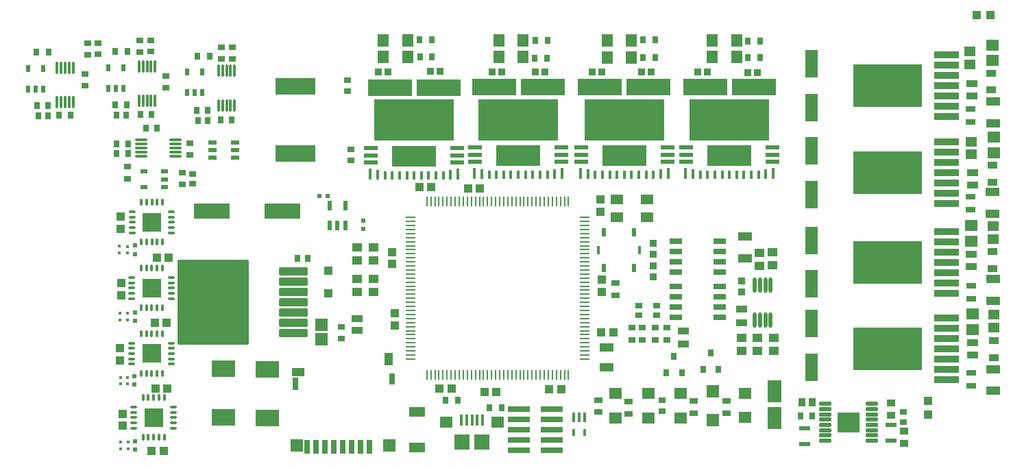
<source format=gtp>
G04*
G04 #@! TF.GenerationSoftware,Altium Limited,Altium Designer,21.6.4 (81)*
G04*
G04 Layer_Color=8421504*
%FSLAX25Y25*%
%MOIN*%
G70*
G04*
G04 #@! TF.SameCoordinates,21ADAE42-517F-4329-814C-ACF1F8BA2FEA*
G04*
G04*
G04 #@! TF.FilePolarity,Positive*
G04*
G01*
G75*
%ADD21R,0.04331X0.04331*%
G04:AMPARAMS|DCode=22|XSize=59.06mil|YSize=17.72mil|CornerRadius=1.95mil|HoleSize=0mil|Usage=FLASHONLY|Rotation=180.000|XOffset=0mil|YOffset=0mil|HoleType=Round|Shape=RoundedRectangle|*
%AMROUNDEDRECTD22*
21,1,0.05906,0.01382,0,0,180.0*
21,1,0.05516,0.01772,0,0,180.0*
1,1,0.00390,-0.02758,0.00691*
1,1,0.00390,0.02758,0.00691*
1,1,0.00390,0.02758,-0.00691*
1,1,0.00390,-0.02758,-0.00691*
%
%ADD22ROUNDEDRECTD22*%
%ADD23R,0.03937X0.04331*%
%ADD24R,0.05906X0.05512*%
%ADD25R,0.05315X0.03740*%
%ADD26R,0.01968X0.01968*%
%ADD27R,0.04921X0.03150*%
%ADD28R,0.01968X0.01870*%
%ADD29R,0.06004X0.02559*%
%ADD30R,0.05315X0.03347*%
%ADD31R,0.03150X0.03543*%
%ADD32R,0.17323X0.07480*%
%ADD33R,0.07087X0.03937*%
%ADD34R,0.03937X0.02953*%
%ADD35R,0.03543X0.02756*%
%ADD36R,0.01968X0.01968*%
%ADD37R,0.03543X0.03937*%
%ADD38R,0.33622X0.21063*%
%ADD39R,0.12047X0.03504*%
%ADD40R,0.03937X0.03150*%
%ADD41R,0.02559X0.03543*%
%ADD42R,0.05906X0.05906*%
%ADD43R,0.04331X0.03543*%
%ADD44R,0.03543X0.03150*%
%ADD45R,0.03150X0.03543*%
%ADD46R,0.02756X0.03543*%
%ADD47R,0.06693X0.04331*%
%ADD48R,0.05339X0.02190*%
%ADD49R,0.02985X0.03197*%
%ADD50R,0.03543X0.02953*%
%ADD51R,0.02362X0.04528*%
%ADD52R,0.05118X0.03937*%
%ADD53R,0.11811X0.07874*%
G04:AMPARAMS|DCode=54|XSize=37.4mil|YSize=137.8mil|CornerRadius=2.06mil|HoleSize=0mil|Usage=FLASHONLY|Rotation=270.000|XOffset=0mil|YOffset=0mil|HoleType=Round|Shape=RoundedRectangle|*
%AMROUNDEDRECTD54*
21,1,0.03740,0.13368,0,0,270.0*
21,1,0.03329,0.13780,0,0,270.0*
1,1,0.00411,-0.06684,-0.01664*
1,1,0.00411,-0.06684,0.01664*
1,1,0.00411,0.06684,0.01664*
1,1,0.00411,0.06684,-0.01664*
%
%ADD54ROUNDEDRECTD54*%
G04:AMPARAMS|DCode=55|XSize=413.39mil|YSize=346.46mil|CornerRadius=1.73mil|HoleSize=0mil|Usage=FLASHONLY|Rotation=270.000|XOffset=0mil|YOffset=0mil|HoleType=Round|Shape=RoundedRectangle|*
%AMROUNDEDRECTD55*
21,1,0.41339,0.34299,0,0,270.0*
21,1,0.40992,0.34646,0,0,270.0*
1,1,0.00347,-0.17150,-0.20496*
1,1,0.00347,-0.17150,0.20496*
1,1,0.00347,0.17150,0.20496*
1,1,0.00347,0.17150,-0.20496*
%
%ADD55ROUNDEDRECTD55*%
%ADD56R,0.19685X0.08465*%
G04:AMPARAMS|DCode=57|XSize=31.89mil|YSize=12.6mil|CornerRadius=1.58mil|HoleSize=0mil|Usage=FLASHONLY|Rotation=0.000|XOffset=0mil|YOffset=0mil|HoleType=Round|Shape=RoundedRectangle|*
%AMROUNDEDRECTD57*
21,1,0.03189,0.00945,0,0,0.0*
21,1,0.02874,0.01260,0,0,0.0*
1,1,0.00315,0.01437,-0.00472*
1,1,0.00315,-0.01437,-0.00472*
1,1,0.00315,-0.01437,0.00472*
1,1,0.00315,0.01437,0.00472*
%
%ADD57ROUNDEDRECTD57*%
G04:AMPARAMS|DCode=58|XSize=31.89mil|YSize=12.6mil|CornerRadius=1.58mil|HoleSize=0mil|Usage=FLASHONLY|Rotation=90.000|XOffset=0mil|YOffset=0mil|HoleType=Round|Shape=RoundedRectangle|*
%AMROUNDEDRECTD58*
21,1,0.03189,0.00945,0,0,90.0*
21,1,0.02874,0.01260,0,0,90.0*
1,1,0.00315,0.00472,0.01437*
1,1,0.00315,0.00472,-0.01437*
1,1,0.00315,-0.00472,-0.01437*
1,1,0.00315,-0.00472,0.01437*
%
%ADD58ROUNDEDRECTD58*%
G04:AMPARAMS|DCode=59|XSize=57.87mil|YSize=11.02mil|CornerRadius=1.38mil|HoleSize=0mil|Usage=FLASHONLY|Rotation=270.000|XOffset=0mil|YOffset=0mil|HoleType=Round|Shape=RoundedRectangle|*
%AMROUNDEDRECTD59*
21,1,0.05787,0.00827,0,0,270.0*
21,1,0.05512,0.01102,0,0,270.0*
1,1,0.00276,-0.00413,-0.02756*
1,1,0.00276,-0.00413,0.02756*
1,1,0.00276,0.00413,0.02756*
1,1,0.00276,0.00413,-0.02756*
%
%ADD59ROUNDEDRECTD59*%
%ADD60R,0.04331X0.02362*%
G04:AMPARAMS|DCode=61|XSize=21.65mil|YSize=31.5mil|CornerRadius=1.95mil|HoleSize=0mil|Usage=FLASHONLY|Rotation=180.000|XOffset=0mil|YOffset=0mil|HoleType=Round|Shape=RoundedRectangle|*
%AMROUNDEDRECTD61*
21,1,0.02165,0.02760,0,0,180.0*
21,1,0.01776,0.03150,0,0,180.0*
1,1,0.00390,-0.00888,0.01380*
1,1,0.00390,0.00888,0.01380*
1,1,0.00390,0.00888,-0.01380*
1,1,0.00390,-0.00888,-0.01380*
%
%ADD61ROUNDEDRECTD61*%
G04:AMPARAMS|DCode=62|XSize=57.87mil|YSize=11.02mil|CornerRadius=1.38mil|HoleSize=0mil|Usage=FLASHONLY|Rotation=0.000|XOffset=0mil|YOffset=0mil|HoleType=Round|Shape=RoundedRectangle|*
%AMROUNDEDRECTD62*
21,1,0.05787,0.00827,0,0,0.0*
21,1,0.05512,0.01102,0,0,0.0*
1,1,0.00276,0.02756,-0.00413*
1,1,0.00276,-0.02756,-0.00413*
1,1,0.00276,-0.02756,0.00413*
1,1,0.00276,0.02756,0.00413*
%
%ADD62ROUNDEDRECTD62*%
G04:AMPARAMS|DCode=63|XSize=21.65mil|YSize=31.5mil|CornerRadius=1.95mil|HoleSize=0mil|Usage=FLASHONLY|Rotation=270.000|XOffset=0mil|YOffset=0mil|HoleType=Round|Shape=RoundedRectangle|*
%AMROUNDEDRECTD63*
21,1,0.02165,0.02760,0,0,270.0*
21,1,0.01776,0.03150,0,0,270.0*
1,1,0.00390,-0.01380,-0.00888*
1,1,0.00390,-0.01380,0.00888*
1,1,0.00390,0.01380,0.00888*
1,1,0.00390,0.01380,-0.00888*
%
%ADD63ROUNDEDRECTD63*%
%ADD64R,0.01772X0.01772*%
%ADD65R,0.03937X0.04134*%
%ADD66R,0.04134X0.03937*%
%ADD67R,0.02757X0.06892*%
%ADD68R,0.02761X0.06902*%
%ADD69R,0.02758X0.06896*%
%ADD70R,0.02759X0.06898*%
%ADD71R,0.02760X0.06900*%
%ADD72R,0.02757X0.06892*%
%ADD73R,0.02759X0.06897*%
%ADD74R,0.02760X0.06900*%
%ADD75R,0.05909X0.05909*%
%ADD76R,0.05913X0.05913*%
%ADD77R,0.03152X0.05910*%
%ADD78R,0.03151X0.05514*%
%ADD79R,0.05906X0.03937*%
%ADD80R,0.03942X0.05913*%
%ADD81R,0.00900X0.04800*%
%ADD82R,0.04800X0.00900*%
%ADD83R,0.01772X0.05709*%
%ADD84R,0.01772X0.05118*%
%ADD85R,0.01772X0.04331*%
%ADD86R,0.21260X0.10433*%
%ADD87R,0.38583X0.20079*%
%ADD88R,0.06693X0.01968*%
%ADD89R,0.21654X0.07874*%
%ADD90R,0.04331X0.03937*%
%ADD91R,0.06102X0.05906*%
%ADD92R,0.06299X0.05512*%
%ADD93R,0.07480X0.07480*%
%ADD94R,0.01575X0.05315*%
%ADD95R,0.06693X0.11024*%
%ADD96R,0.06299X0.13780*%
%ADD97R,0.01400X0.03200*%
%ADD98R,0.01400X0.05000*%
%ADD99R,0.10984X0.02913*%
%ADD100R,0.03740X0.03347*%
%ADD101R,0.04724X0.03543*%
%ADD102R,0.06102X0.05512*%
%ADD103R,0.05709X0.05118*%
%ADD104R,0.05512X0.05906*%
%ADD105R,0.03347X0.03543*%
%ADD106R,0.03740X0.03150*%
%ADD107R,0.02362X0.03937*%
%ADD108R,0.01772X0.03937*%
%ADD109R,0.03347X0.02756*%
%ADD110O,0.01772X0.07480*%
%ADD111R,0.06299X0.04921*%
G36*
X61528Y30402D02*
X52473D01*
Y39457D01*
X61528D01*
Y30402D01*
D02*
G37*
G36*
X61489Y62253D02*
X52434D01*
Y71308D01*
X61489D01*
Y62253D01*
D02*
G37*
G36*
X61568Y94261D02*
X52513D01*
Y103316D01*
X61568D01*
Y94261D01*
D02*
G37*
G36*
X189753Y4058D02*
X182272D01*
Y8783D01*
X189753D01*
Y4058D01*
D02*
G37*
G36*
X62434Y-700D02*
X53379D01*
Y8355D01*
X62434D01*
Y-700D01*
D02*
G37*
G36*
X401045Y6312D02*
X401101Y6256D01*
X401131Y6184D01*
Y6145D01*
Y-3147D01*
Y-3186D01*
X401101Y-3258D01*
X401045Y-3313D01*
X400973Y-3343D01*
X390816D01*
X390743Y-3313D01*
X390688Y-3258D01*
X390658Y-3186D01*
Y-3147D01*
Y6145D01*
Y6184D01*
X390688Y6256D01*
X390743Y6312D01*
X390816Y6342D01*
X400973D01*
X401045Y6312D01*
D02*
G37*
G36*
X189753Y-13265D02*
X182272D01*
Y-8540D01*
X189753D01*
Y-13265D01*
D02*
G37*
D21*
X142725Y75271D02*
D03*
X142725Y64247D02*
D03*
D22*
X384477Y-7458D02*
D03*
Y-4899D02*
D03*
Y-2340D02*
D03*
Y220D02*
D03*
Y2779D02*
D03*
Y7897D02*
D03*
Y10456D02*
D03*
X407312Y7897D02*
D03*
Y2779D02*
D03*
Y220D02*
D03*
Y-2340D02*
D03*
Y-4899D02*
D03*
Y-7458D02*
D03*
X384477Y5338D02*
D03*
X407312D02*
D03*
Y10456D02*
D03*
D23*
X434500Y11846D02*
D03*
Y5153D02*
D03*
D24*
X282684Y15436D02*
D03*
Y3625D02*
D03*
X298388Y15436D02*
D03*
X345501Y3901D02*
D03*
X298388Y3625D02*
D03*
X314092Y15436D02*
D03*
Y3625D02*
D03*
X345501Y15712D02*
D03*
D25*
X156988Y46140D02*
D03*
Y52046D02*
D03*
X456131Y34176D02*
D03*
Y40082D02*
D03*
X456249Y116972D02*
D03*
Y122877D02*
D03*
X455737Y166105D02*
D03*
Y160200D02*
D03*
X455461Y83231D02*
D03*
Y77326D02*
D03*
D26*
X142469Y111500D02*
D03*
X138531D02*
D03*
D27*
X455028Y111145D02*
D03*
Y104846D02*
D03*
Y147523D02*
D03*
Y153822D02*
D03*
X455540Y61676D02*
D03*
Y67975D02*
D03*
X455461Y19216D02*
D03*
Y25515D02*
D03*
D28*
X48950Y83385D02*
D03*
Y87420D02*
D03*
X48969Y-11812D02*
D03*
Y-7777D02*
D03*
X48694Y50865D02*
D03*
Y54900D02*
D03*
X48379Y19723D02*
D03*
Y23759D02*
D03*
D29*
X311823Y89500D02*
D03*
Y84500D02*
D03*
Y79500D02*
D03*
Y74500D02*
D03*
X333177D02*
D03*
Y79500D02*
D03*
Y84500D02*
D03*
Y89500D02*
D03*
X333354Y67500D02*
D03*
Y62500D02*
D03*
Y57500D02*
D03*
Y52500D02*
D03*
X312000D02*
D03*
Y57500D02*
D03*
Y62500D02*
D03*
Y67500D02*
D03*
D30*
X315500Y46000D02*
D03*
Y39504D02*
D03*
X344000Y56500D02*
D03*
Y50004D02*
D03*
D31*
X325146Y27286D02*
D03*
X332627D02*
D03*
X328887Y35160D02*
D03*
X311000Y33437D02*
D03*
X314740Y25563D02*
D03*
X307260D02*
D03*
D32*
X86248Y104072D02*
D03*
X120501D02*
D03*
D33*
X278138Y38035D02*
D03*
Y28192D02*
D03*
D34*
X282510Y63364D02*
D03*
Y69270D02*
D03*
D35*
X149220Y42092D02*
D03*
Y47997D02*
D03*
X45210Y119847D02*
D03*
Y125752D02*
D03*
X307509Y41617D02*
D03*
Y47523D02*
D03*
X301879Y41696D02*
D03*
Y47602D02*
D03*
X295658Y41637D02*
D03*
Y47542D02*
D03*
X290383Y47503D02*
D03*
Y41598D02*
D03*
D36*
X160000Y99468D02*
D03*
Y95531D02*
D03*
D37*
X373040Y11105D02*
D03*
X378158D02*
D03*
D38*
X414831Y37247D02*
D03*
Y122916D02*
D03*
Y79373D02*
D03*
Y165331D02*
D03*
D39*
X443591Y52247D02*
D03*
Y47247D02*
D03*
Y42247D02*
D03*
Y37247D02*
D03*
Y32247D02*
D03*
Y27247D02*
D03*
Y22247D02*
D03*
Y137916D02*
D03*
Y132916D02*
D03*
Y127916D02*
D03*
Y122916D02*
D03*
Y117916D02*
D03*
Y112916D02*
D03*
Y107916D02*
D03*
Y94373D02*
D03*
Y89373D02*
D03*
Y84373D02*
D03*
Y79373D02*
D03*
Y74373D02*
D03*
Y69373D02*
D03*
Y64373D02*
D03*
Y150331D02*
D03*
Y155331D02*
D03*
Y160331D02*
D03*
Y165331D02*
D03*
Y170331D02*
D03*
Y175331D02*
D03*
Y180331D02*
D03*
D40*
X289000Y5547D02*
D03*
Y11453D02*
D03*
X320500Y6047D02*
D03*
Y11953D02*
D03*
X336369Y11794D02*
D03*
Y5889D02*
D03*
X274280Y6460D02*
D03*
Y12365D02*
D03*
D41*
X378354Y4500D02*
D03*
X372646D02*
D03*
D42*
X329796Y16420D02*
D03*
Y2641D02*
D03*
D43*
X416682Y10948D02*
D03*
Y5042D02*
D03*
X422705Y-2832D02*
D03*
Y-8737D02*
D03*
D44*
X76784Y117607D02*
D03*
Y122331D02*
D03*
X63954Y164211D02*
D03*
Y169723D02*
D03*
X75544Y137229D02*
D03*
Y131717D02*
D03*
X71824Y122839D02*
D03*
Y117327D02*
D03*
X24619Y165343D02*
D03*
Y170855D02*
D03*
X153768Y134373D02*
D03*
Y128861D02*
D03*
X96174Y183879D02*
D03*
Y178367D02*
D03*
X90899Y183824D02*
D03*
Y178313D02*
D03*
X152213Y162483D02*
D03*
Y167995D02*
D03*
X25800Y185822D02*
D03*
Y180310D02*
D03*
X30997Y185900D02*
D03*
Y180388D02*
D03*
X51213Y187216D02*
D03*
Y181705D02*
D03*
X56370Y187256D02*
D03*
Y181744D02*
D03*
D45*
X79403Y148281D02*
D03*
X84127D02*
D03*
X1765Y150551D02*
D03*
X6489D02*
D03*
X39757Y150875D02*
D03*
X44481D02*
D03*
X90387Y148675D02*
D03*
X95899D02*
D03*
X78812Y153360D02*
D03*
X84324D02*
D03*
X56902Y151347D02*
D03*
X51391D02*
D03*
X54147Y144674D02*
D03*
X59658D02*
D03*
X44796Y155914D02*
D03*
X39284D02*
D03*
X45446Y132327D02*
D03*
X39934D02*
D03*
X45446Y137052D02*
D03*
X39934D02*
D03*
X6686Y155670D02*
D03*
X1174D02*
D03*
X17395Y150827D02*
D03*
X11883D02*
D03*
D46*
X352745Y178901D02*
D03*
X346839D02*
D03*
X352705Y186814D02*
D03*
X346800D02*
D03*
X301761Y178940D02*
D03*
X295855D02*
D03*
X301721Y187405D02*
D03*
X295816D02*
D03*
X249044Y178704D02*
D03*
X243139D02*
D03*
X249457Y187286D02*
D03*
X243552D02*
D03*
X193296Y179176D02*
D03*
X187390D02*
D03*
X193178Y187523D02*
D03*
X187272D02*
D03*
X85111Y179516D02*
D03*
X79206D02*
D03*
X899Y181418D02*
D03*
X6804D02*
D03*
X39324Y181977D02*
D03*
X45229D02*
D03*
X221131Y8428D02*
D03*
X227036D02*
D03*
X199950Y12208D02*
D03*
X205855D02*
D03*
D47*
X465973Y113546D02*
D03*
Y102916D02*
D03*
X466131Y157601D02*
D03*
Y146972D02*
D03*
X466091Y71105D02*
D03*
Y60475D02*
D03*
X466209Y27365D02*
D03*
Y16735D02*
D03*
X345500Y81370D02*
D03*
Y92000D02*
D03*
D48*
X374398Y-1591D02*
D03*
Y-9269D02*
D03*
X416485Y-7536D02*
D03*
Y141D02*
D03*
D49*
X132755Y81142D02*
D03*
X127818D02*
D03*
D50*
X302391Y53625D02*
D03*
Y58350D02*
D03*
X293808Y53566D02*
D03*
Y58290D02*
D03*
D51*
X143572Y97090D02*
D03*
X147312D02*
D03*
X151052D02*
D03*
Y106932D02*
D03*
X143572D02*
D03*
D52*
X165000Y64850D02*
D03*
Y71150D02*
D03*
X157000Y64850D02*
D03*
Y71150D02*
D03*
Y80350D02*
D03*
Y86650D02*
D03*
X165000Y86650D02*
D03*
Y80350D02*
D03*
X343808Y42641D02*
D03*
Y36342D02*
D03*
X351446Y36224D02*
D03*
Y42523D02*
D03*
X359477Y36224D02*
D03*
Y42523D02*
D03*
X352509Y83940D02*
D03*
Y77641D02*
D03*
X359005Y84137D02*
D03*
Y77838D02*
D03*
D53*
X92011Y3804D02*
D03*
Y27426D02*
D03*
X113229Y3546D02*
D03*
Y27168D02*
D03*
D54*
X125906Y44943D02*
D03*
Y49943D02*
D03*
Y54943D02*
D03*
Y59943D02*
D03*
Y64943D02*
D03*
Y69943D02*
D03*
Y74943D02*
D03*
D55*
X86733Y59943D02*
D03*
D56*
X127000Y164937D02*
D03*
Y132063D02*
D03*
D57*
X67552Y8946D02*
D03*
Y6386D02*
D03*
Y3827D02*
D03*
Y1268D02*
D03*
Y-1291D02*
D03*
X48261D02*
D03*
Y1268D02*
D03*
Y3827D02*
D03*
Y6386D02*
D03*
Y8946D02*
D03*
X47355Y40048D02*
D03*
Y37489D02*
D03*
Y34930D02*
D03*
Y32371D02*
D03*
Y29812D02*
D03*
X66647D02*
D03*
Y32371D02*
D03*
Y34930D02*
D03*
Y37489D02*
D03*
Y40048D02*
D03*
X47395Y103906D02*
D03*
Y101347D02*
D03*
Y98788D02*
D03*
Y96229D02*
D03*
Y93670D02*
D03*
X66686D02*
D03*
Y96229D02*
D03*
Y98788D02*
D03*
Y101347D02*
D03*
Y103906D02*
D03*
X66607Y71898D02*
D03*
Y69339D02*
D03*
Y66780D02*
D03*
Y64221D02*
D03*
Y61662D02*
D03*
X47316D02*
D03*
Y64221D02*
D03*
Y66780D02*
D03*
Y69339D02*
D03*
Y71898D02*
D03*
D58*
X52788Y13473D02*
D03*
X55347D02*
D03*
X57906D02*
D03*
X60466D02*
D03*
X63025D02*
D03*
Y-5818D02*
D03*
X60466D02*
D03*
X57906D02*
D03*
X55347D02*
D03*
X52788D02*
D03*
X51883Y25284D02*
D03*
X54442D02*
D03*
X57001D02*
D03*
X59560D02*
D03*
X62119D02*
D03*
Y44576D02*
D03*
X59560D02*
D03*
X57001D02*
D03*
X54442D02*
D03*
X51883D02*
D03*
X51922Y89142D02*
D03*
X54481D02*
D03*
X57040D02*
D03*
X59599D02*
D03*
X62158D02*
D03*
Y108434D02*
D03*
X59599D02*
D03*
X57040D02*
D03*
X54481D02*
D03*
X51922D02*
D03*
X51844Y76426D02*
D03*
X54403D02*
D03*
X56962D02*
D03*
X59521D02*
D03*
X62080D02*
D03*
Y57135D02*
D03*
X59521D02*
D03*
X56962D02*
D03*
X54403D02*
D03*
X51844D02*
D03*
D59*
X97316Y172415D02*
D03*
X95347D02*
D03*
X93379D02*
D03*
X91410D02*
D03*
X89442D02*
D03*
Y155486D02*
D03*
X91410D02*
D03*
X93379D02*
D03*
X95347D02*
D03*
X97316D02*
D03*
X58635Y174694D02*
D03*
X56666D02*
D03*
X54698D02*
D03*
X52729D02*
D03*
X50761D02*
D03*
Y157764D02*
D03*
X52729D02*
D03*
X54698D02*
D03*
X56666D02*
D03*
X58635D02*
D03*
X18713Y157107D02*
D03*
X16745D02*
D03*
X14776D02*
D03*
X12808D02*
D03*
X10840D02*
D03*
Y174036D02*
D03*
X12808D02*
D03*
X14776D02*
D03*
X16745D02*
D03*
X18713D02*
D03*
D60*
X86607Y137568D02*
D03*
Y133827D02*
D03*
Y130087D02*
D03*
X97631D02*
D03*
Y133827D02*
D03*
Y137568D02*
D03*
D61*
X74166Y171780D02*
D03*
X81647D02*
D03*
Y161741D02*
D03*
X77907D02*
D03*
X74166D02*
D03*
X35741Y173941D02*
D03*
X43221D02*
D03*
Y163901D02*
D03*
X39481D02*
D03*
X35741D02*
D03*
X-3137Y173544D02*
D03*
X4343D02*
D03*
Y163504D02*
D03*
X603D02*
D03*
X-3137D02*
D03*
D62*
X68674Y138863D02*
D03*
Y136894D02*
D03*
Y134926D02*
D03*
Y132957D02*
D03*
Y130989D02*
D03*
X51745D02*
D03*
Y132957D02*
D03*
Y134926D02*
D03*
Y136894D02*
D03*
Y138863D02*
D03*
D63*
X53261Y115910D02*
D03*
Y123390D02*
D03*
X63300D02*
D03*
Y119650D02*
D03*
Y115910D02*
D03*
D64*
X45111Y54418D02*
D03*
Y51268D02*
D03*
X41528Y51268D02*
D03*
Y54418D02*
D03*
X45072Y87036D02*
D03*
Y83886D02*
D03*
X41174Y83965D02*
D03*
Y87115D02*
D03*
X45151Y23355D02*
D03*
Y20205D02*
D03*
X41962Y20205D02*
D03*
Y23355D02*
D03*
Y-11330D02*
D03*
Y-8180D02*
D03*
X45544Y-8220D02*
D03*
Y-11369D02*
D03*
D65*
X42198Y69221D02*
D03*
Y63316D02*
D03*
X42828Y5717D02*
D03*
Y-188D02*
D03*
X41725Y101465D02*
D03*
Y95560D02*
D03*
X41686Y37489D02*
D03*
Y31583D02*
D03*
X173965Y78428D02*
D03*
Y84334D02*
D03*
X175304Y54452D02*
D03*
Y48546D02*
D03*
X275146Y103861D02*
D03*
Y109767D02*
D03*
X275934Y64846D02*
D03*
Y70751D02*
D03*
D66*
X59363Y81387D02*
D03*
X65269D02*
D03*
X58379Y49891D02*
D03*
X64284D02*
D03*
X58773Y18001D02*
D03*
X64678D02*
D03*
X62906Y-12413D02*
D03*
X57001D02*
D03*
X281524Y45239D02*
D03*
X275619D02*
D03*
X196800Y17877D02*
D03*
X202705D02*
D03*
X218729Y16184D02*
D03*
X224635D02*
D03*
X187047Y116000D02*
D03*
X192953D02*
D03*
X216682Y115239D02*
D03*
X210776D02*
D03*
X256052Y17523D02*
D03*
X250146D02*
D03*
D67*
X162843Y-10292D02*
D03*
D68*
X158512D02*
D03*
D69*
X154182D02*
D03*
D70*
X149851D02*
D03*
D71*
X145520D02*
D03*
D72*
X141190D02*
D03*
D73*
X136859D02*
D03*
D74*
X132528D02*
D03*
D75*
X127410Y-9800D02*
D03*
D76*
X172489D02*
D03*
D77*
X126721Y20121D02*
D03*
D78*
X173768Y22680D02*
D03*
D79*
X128119Y26027D02*
D03*
D80*
X172194Y32326D02*
D03*
D81*
X190776Y24412D02*
D03*
X192745D02*
D03*
X194713D02*
D03*
X196682D02*
D03*
X198650D02*
D03*
X200619D02*
D03*
X202587D02*
D03*
X204556D02*
D03*
X206524D02*
D03*
X208493D02*
D03*
X210461D02*
D03*
X212430D02*
D03*
X214398D02*
D03*
X216367D02*
D03*
X218335D02*
D03*
X220304D02*
D03*
X222272D02*
D03*
X224241D02*
D03*
X226209D02*
D03*
X228178D02*
D03*
X230146D02*
D03*
X232115D02*
D03*
X234083D02*
D03*
X236052D02*
D03*
X238020D02*
D03*
X239989D02*
D03*
X241957D02*
D03*
X243926D02*
D03*
X245894D02*
D03*
X247863D02*
D03*
X249831D02*
D03*
X251800D02*
D03*
X253768D02*
D03*
X255737D02*
D03*
X257705D02*
D03*
X259674D02*
D03*
Y109012D02*
D03*
X257705D02*
D03*
X255737D02*
D03*
X253768D02*
D03*
X251800D02*
D03*
X249831D02*
D03*
X247863D02*
D03*
X245894D02*
D03*
X243926D02*
D03*
X241957D02*
D03*
X239989D02*
D03*
X238020D02*
D03*
X236052D02*
D03*
X234083D02*
D03*
X232115D02*
D03*
X230146D02*
D03*
X228178D02*
D03*
X226209D02*
D03*
X224241D02*
D03*
X222272D02*
D03*
X220304D02*
D03*
X218335D02*
D03*
X216367D02*
D03*
X214398D02*
D03*
X212430D02*
D03*
X210461D02*
D03*
X208493D02*
D03*
X206524D02*
D03*
X204556D02*
D03*
X202587D02*
D03*
X200619D02*
D03*
X198650D02*
D03*
X196682D02*
D03*
X194713D02*
D03*
X192745D02*
D03*
X190776D02*
D03*
D82*
X267525Y32264D02*
D03*
Y34232D02*
D03*
Y36201D02*
D03*
Y38169D02*
D03*
Y40138D02*
D03*
Y42106D02*
D03*
Y44075D02*
D03*
Y46043D02*
D03*
Y48012D02*
D03*
Y49980D02*
D03*
Y51949D02*
D03*
Y53917D02*
D03*
Y55886D02*
D03*
Y57854D02*
D03*
Y59823D02*
D03*
Y61791D02*
D03*
Y63760D02*
D03*
Y65728D02*
D03*
Y67697D02*
D03*
Y69665D02*
D03*
Y71634D02*
D03*
Y73602D02*
D03*
Y75571D02*
D03*
Y77539D02*
D03*
Y79508D02*
D03*
Y81476D02*
D03*
Y83445D02*
D03*
Y85413D02*
D03*
Y87382D02*
D03*
Y89350D02*
D03*
Y91319D02*
D03*
Y93287D02*
D03*
Y95256D02*
D03*
Y97224D02*
D03*
Y99193D02*
D03*
Y101161D02*
D03*
X182925D02*
D03*
Y99193D02*
D03*
Y97224D02*
D03*
Y95256D02*
D03*
Y93287D02*
D03*
Y91319D02*
D03*
Y89350D02*
D03*
Y87382D02*
D03*
Y85413D02*
D03*
Y83445D02*
D03*
Y81476D02*
D03*
Y79508D02*
D03*
Y77539D02*
D03*
Y75571D02*
D03*
Y73602D02*
D03*
Y71634D02*
D03*
Y69665D02*
D03*
Y67697D02*
D03*
Y65728D02*
D03*
Y63760D02*
D03*
Y61791D02*
D03*
Y59823D02*
D03*
Y57854D02*
D03*
Y55886D02*
D03*
Y53917D02*
D03*
Y51949D02*
D03*
Y49980D02*
D03*
Y48012D02*
D03*
Y46043D02*
D03*
Y44075D02*
D03*
Y42106D02*
D03*
Y40138D02*
D03*
Y38169D02*
D03*
Y36201D02*
D03*
Y34232D02*
D03*
Y32264D02*
D03*
D83*
X205855Y122326D02*
D03*
X163335D02*
D03*
X256485Y122542D02*
D03*
X213965D02*
D03*
X265540D02*
D03*
X308060D02*
D03*
X359162D02*
D03*
X316642D02*
D03*
D84*
X202312Y122031D02*
D03*
X166879D02*
D03*
X252942Y122247D02*
D03*
X217509D02*
D03*
X269083D02*
D03*
X304516D02*
D03*
X355619D02*
D03*
X320186D02*
D03*
D85*
X198768Y121637D02*
D03*
X195225D02*
D03*
X191682D02*
D03*
X188138D02*
D03*
X184595D02*
D03*
X181052D02*
D03*
X177509D02*
D03*
X173965D02*
D03*
X170422D02*
D03*
X249398Y121853D02*
D03*
X245855D02*
D03*
X242312D02*
D03*
X238768D02*
D03*
X235225D02*
D03*
X231682D02*
D03*
X228138D02*
D03*
X224595D02*
D03*
X221052D02*
D03*
X272627D02*
D03*
X276170D02*
D03*
X279713D02*
D03*
X283257D02*
D03*
X286800D02*
D03*
X290343D02*
D03*
X293886D02*
D03*
X297430D02*
D03*
X300973D02*
D03*
X352076D02*
D03*
X348532D02*
D03*
X344989D02*
D03*
X341446D02*
D03*
X337902D02*
D03*
X334359D02*
D03*
X330816D02*
D03*
X327272D02*
D03*
X323729D02*
D03*
D86*
X184595Y130987D02*
D03*
X235225Y131204D02*
D03*
X286800D02*
D03*
X337902D02*
D03*
D87*
X184595Y148409D02*
D03*
X235225Y148625D02*
D03*
X286800D02*
D03*
X337902D02*
D03*
D88*
X163532Y127838D02*
D03*
Y131381D02*
D03*
Y134924D02*
D03*
X205658D02*
D03*
Y131381D02*
D03*
Y127838D02*
D03*
X214162Y128054D02*
D03*
Y131597D02*
D03*
Y135141D02*
D03*
X256288D02*
D03*
Y131597D02*
D03*
Y128054D02*
D03*
X307863D02*
D03*
Y131597D02*
D03*
Y135141D02*
D03*
X265737D02*
D03*
Y131597D02*
D03*
Y128054D02*
D03*
X316839D02*
D03*
Y131597D02*
D03*
Y135141D02*
D03*
X358965D02*
D03*
Y131597D02*
D03*
Y128054D02*
D03*
D89*
X172784Y164353D02*
D03*
X196406D02*
D03*
X223414Y164570D02*
D03*
X247036D02*
D03*
X298611D02*
D03*
X274989D02*
D03*
X326091D02*
D03*
X349713D02*
D03*
D90*
X458153Y199500D02*
D03*
X464847D02*
D03*
D91*
X139634Y41941D02*
D03*
Y49027D02*
D03*
D92*
X225304Y1696D02*
D03*
X200107D02*
D03*
D93*
X217430Y-7950D02*
D03*
X207981D02*
D03*
D94*
X217824Y2582D02*
D03*
X215265D02*
D03*
X212705D02*
D03*
X210146D02*
D03*
X207587D02*
D03*
D95*
X359910Y16401D02*
D03*
Y3605D02*
D03*
D96*
X378020Y175971D02*
D03*
Y154711D02*
D03*
Y49609D02*
D03*
Y28350D02*
D03*
Y133556D02*
D03*
Y112296D02*
D03*
Y90013D02*
D03*
Y68753D02*
D03*
D97*
X267371Y-3478D02*
D03*
X262253D02*
D03*
D98*
Y3922D02*
D03*
X264812D02*
D03*
X267371D02*
D03*
D99*
X235638Y-11985D02*
D03*
Y-6985D02*
D03*
Y-1985D02*
D03*
Y3015D02*
D03*
Y8015D02*
D03*
X251662D02*
D03*
Y3015D02*
D03*
Y-1985D02*
D03*
Y-6985D02*
D03*
Y-11985D02*
D03*
D100*
X301000Y72342D02*
D03*
Y77658D02*
D03*
X300934Y88665D02*
D03*
Y83350D02*
D03*
X343965Y64846D02*
D03*
Y70161D02*
D03*
D101*
X465934Y118350D02*
D03*
Y126617D02*
D03*
X465304Y171342D02*
D03*
Y163074D02*
D03*
X465776Y76381D02*
D03*
Y84649D02*
D03*
X466367Y41263D02*
D03*
Y32995D02*
D03*
D102*
X466446Y140121D02*
D03*
Y132641D02*
D03*
X465697Y177562D02*
D03*
Y185042D02*
D03*
X455383Y89609D02*
D03*
Y97090D02*
D03*
X456327Y46578D02*
D03*
Y54058D02*
D03*
D103*
X455432Y138034D02*
D03*
Y131735D02*
D03*
X454910Y181853D02*
D03*
Y175554D02*
D03*
X466209Y96853D02*
D03*
Y90554D02*
D03*
X466642Y53861D02*
D03*
Y47562D02*
D03*
D104*
X341406Y179137D02*
D03*
X329595D02*
D03*
X329556Y187090D02*
D03*
X341367D02*
D03*
X290186Y178940D02*
D03*
X278375D02*
D03*
X278414Y187168D02*
D03*
X290225D02*
D03*
X237666Y179097D02*
D03*
X225855D02*
D03*
X225855Y187365D02*
D03*
X237666D02*
D03*
X181446Y179058D02*
D03*
X169634D02*
D03*
X181446Y187326D02*
D03*
X169635D02*
D03*
D105*
X351682Y171696D02*
D03*
X346957D02*
D03*
X322587Y171932D02*
D03*
X327312D02*
D03*
X295186Y172050D02*
D03*
X299910D02*
D03*
X271249Y172011D02*
D03*
X275973D02*
D03*
X243572Y171775D02*
D03*
X248296D02*
D03*
X222489Y172031D02*
D03*
X227213D02*
D03*
X197312Y172129D02*
D03*
X192587D02*
D03*
X171997Y171932D02*
D03*
X167272D02*
D03*
D106*
X305157Y12188D02*
D03*
Y6873D02*
D03*
D107*
X291465Y76696D02*
D03*
X276898D02*
D03*
X291465Y94019D02*
D03*
X276898D02*
D03*
D108*
X294123Y85357D02*
D03*
X274241D02*
D03*
D109*
X422666Y6558D02*
D03*
Y1637D02*
D03*
D110*
X350245Y51381D02*
D03*
X352804D02*
D03*
X355363D02*
D03*
X357922D02*
D03*
X350245Y68310D02*
D03*
X352804D02*
D03*
X355363D02*
D03*
X357922D02*
D03*
D111*
X297784Y109728D02*
D03*
X283217D02*
D03*
X297784Y101066D02*
D03*
X283217D02*
D03*
M02*

</source>
